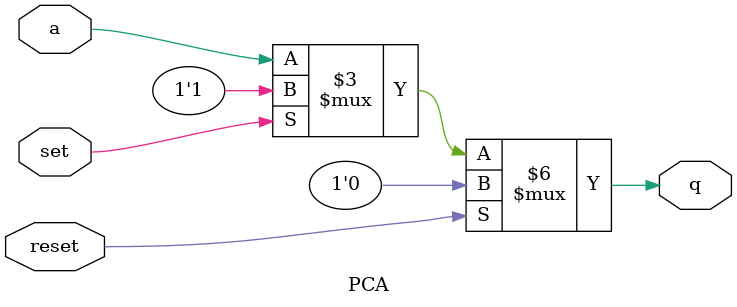
<source format=v>
module PCA (reset, set, a, q);

	input reset;
	input set;
	input a;

	output q; 

	reg q;

	always @ (*)
	begin 
		if (reset)
		q <=1'b0;

		else

		   if (set)
		   q <= 1'b1;

		   else
		   q  <= a;
 
	end

endmodule

</source>
